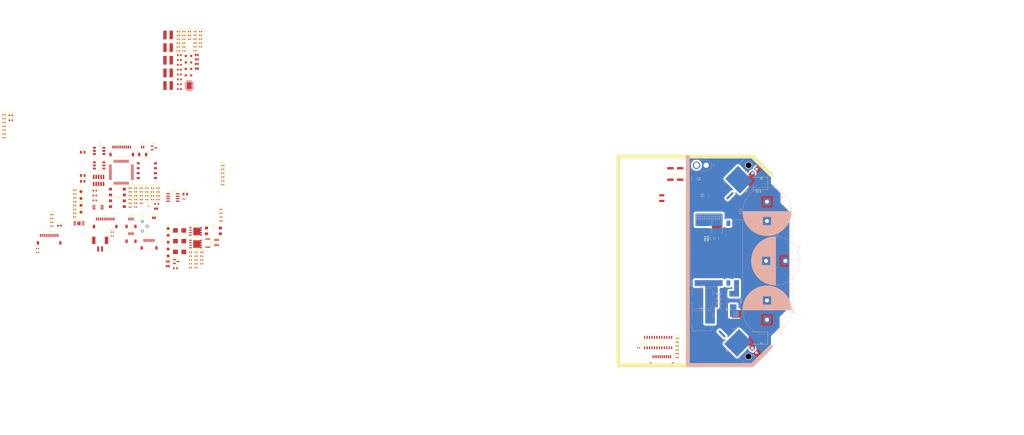
<source format=kicad_pcb>
(kicad_pcb (version 20221018) (generator pcbnew)
  (layers (0 "F.Cu" signal) (1 "In1.Cu" signal) (2 "In2.Cu" signal) (31 "B.Cu" signal) (34 "B.Paste" user) (35 "F.Paste" user) (36 "B.SilkS" user "B.Silkscreen") (37 "F.SilkS" user "F.Silkscreen") (38 "B.Mask" user) (39 "F.Mask" user) (44 "Edge.Cuts" user))
  (net 0 "")
  (net 1 "Net-(Q2-D)")
  (net 2 "Net-(C1-Pad2)")
  (net 3 "GND")
  (net 4 "Net-(D2-A2)")
  (net 5 "Net-(U2-~{PB})")
  (net 6 "Net-(U2-TMR)")
  (net 7 "Net-(C6-Pad1)")
  (net 8 "Net-(U3B-RUN{slash}SS1)")
  (net 9 "Net-(U3C-RUN{slash}SS2)")
  (net 10 "Net-(U3D-RUN{slash}SS3)")
  (net 11 "Net-(U3E-RUN{slash}SS4)")
  (net 12 "Net-(C11-Pad1)")
  (net 13 "Net-(C12-Pad1)")
  (net 14 "Net-(C13-Pad1)")
  (net 15 "Net-(C14-Pad1)")
  (net 16 "+BATT")
  (net 17 "Net-(U3A-SKY)")
  (net 18 "/digital/NRST")
  (net 19 "/digital/USR_BTN")
  (net 20 "+5V")
  (net 21 "/hv_kicker/flyback_charger/V_{solenoid}")
  (net 22 "/isol/V_{logic}_ISOL")
  (net 23 "/isol/GND_ISOL")
  (net 24 "+3V3")
  (net 25 "+12V")
  (net 26 "Net-(U11-SS)")
  (net 27 "Net-(U11-VC)")
  (net 28 "Net-(C45-Pad1)")
  (net 29 "Net-(C48-Pad1)")
  (net 30 "/hv_kicker/flyback_charger/V_{trans}")
  (net 31 "Net-(U4-VDDA)")
  (net 32 "Net-(U4-VCAP1)")
  (net 33 "Net-(U13--IN)")
  (net 34 "Net-(U13-+IN)")
  (net 35 "Net-(D1-A2)")
  (net 36 "Net-(D4-K)")
  (net 37 "Net-(D4-A)")
  (net 38 "Net-(D5-K)")
  (net 39 "Net-(D5-A)")
  (net 40 "Net-(D6-K)")
  (net 41 "Net-(D6-A)")
  (net 42 "Net-(D7-K)")
  (net 43 "Net-(D7-A)")
  (net 44 "Net-(D8-A)")
  (net 45 "Net-(D9-A)")
  (net 46 "Net-(D10-A)")
  (net 47 "Net-(D11-A)")
  (net 48 "Net-(D12-A)")
  (net 49 "/hv_kicker/solenoid_control/KICK_SW")
  (net 50 "/hv_kicker/solenoid_control/CHIP_SW")
  (net 51 "/hv_kicker/flyback_charger/HV_AC")
  (net 52 "/Power Protection/V_{BATT}")
  (net 53 "Net-(JP3-A)")
  (net 54 "Net-(JP4-A)")
  (net 55 "Net-(JP5-A)")
  (net 56 "Net-(JP6-A)")
  (net 57 "/digital/SWDIO")
  (net 58 "/digital/SWCLK")
  (net 62 "+6V")
  (net 63 "/digital/SERVO_SS")
  (net 64 "/digital/FLASH_SCK")
  (net 65 "/digital/FLASH_MISO")
  (net 66 "/digital/FLASH_MOSI")
  (net 67 "/digital/SERVO_LIM1")
  (net 68 "/digital/SERVO_LIM2")
  (net 69 "/digital/MCU_BOOT_UART.~{DET}")
  (net 70 "/digital/MCU_BOOT_UART.PWR_EN")
  (net 71 "/isol/CLK_8M_ISOL")
  (net 72 "/isol/CLK_32K_ISOL")
  (net 73 "/isol/BOOT_UART_RX_ISOL")
  (net 74 "/isol/BOOT_UART_TX_ISOL")
  (net 75 "/isol/BOOT_UART_BOOT0_ISOL")
  (net 76 "/isol/BOOT_UART_~{RST}_ISOL")
  (net 77 "/Dribbler/DRIB_BOOT_UART.~{DET}")
  (net 78 "Net-(J7-Pin_4)")
  (net 79 "/Ball Sense/8MHZ_CLK_REF")
  (net 80 "/Ball Sense/32KHZ_CLK_REF")
  (net 81 "/Dribbler/DRIB_BOOT_UART.TX")
  (net 82 "/Dribbler/DRIB_BOOT_UART.RX")
  (net 83 "/Dribbler/DRIB_BOOT_UART.BOOT0")
  (net 84 "/Dribbler/DRIB_BOOT_UART.~{RST}")
  (net 85 "Net-(J8-Pin_1)")
  (net 86 "/Breakbeam/BB_BUS.BB_{TX}")
  (net 87 "/Breakbeam/BB_BUS.BB_{RX}")
  (net 88 "/Ball Sense/SENSE_BOOT_UART.~{DET}")
  (net 89 "Net-(J10-Pin_4)")
  (net 90 "/Ball Sense/SENSE_BOOT_UART.TX")
  (net 91 "/Ball Sense/SENSE_BOOT_UART.RX")
  (net 92 "/Ball Sense/SENSE_BOOT_UART.BOOT0")
  (net 93 "/Ball Sense/SENSE_BOOT_UART.~{RST}")
  (net 94 "/Breakbeam/BB_BUS.SDA")
  (net 95 "/Breakbeam/BB_BUS.SCL")
  (net 96 "/Breakbeam/BB_BUS.RST")
  (net 97 "Net-(J12-Pin_1)")
  (net 98 "Net-(J12-Pin_2)")
  (net 99 "Net-(JP1-A)")
  (net 100 "Net-(JP1-B)")
  (net 101 "/Power Protection/PGOOD_{VBATT}")
  (net 102 "Net-(JP2-B)")
  (net 103 "Net-(U3A-SW5)")
  (net 106 "Net-(Q1-D)")
  (net 107 "Net-(Q2-S-Pad1)")
  (net 108 "Net-(Q2-G)")
  (net 109 "Net-(Q3-G)")
  (net 110 "/digital/MCU_BOOT_UART.~{RST}")
  (net 111 "/hv_kicker/solenoid_control/GATE_{kick}_FILT")
  (net 112 "/hv_kicker/solenoid_control/GATE_{chip}_FILT")
  (net 113 "/hv_kicker/flyback_charger/CSP")
  (net 114 "Net-(Q7-G)")
  (net 115 "Net-(R8-Pad2)")
  (net 116 "Net-(U1-UV)")
  (net 117 "Net-(U1-OV)")
  (net 118 "Net-(U1-GATE)")
  (net 119 "Net-(U3B-FB1)")
  (net 120 "Net-(U3C-FB2)")
  (net 121 "Net-(U3D-FB3)")
  (net 122 "Net-(U3E-FB4)")
  (net 123 "/digital/V_{sense}_12v0")
  (net 124 "/digital/V_{sense}_5v0")
  (net 125 "/digital/V_{sense}_6v2")
  (net 126 "Net-(U3A-RT{slash}SYNC)")
  (net 127 "/digital/BB_LED_BLUE")
  (net 128 "/digital/LED_GREEN")
  (net 129 "/digital/DIP3")
  (net 130 "/digital/DIP2")
  (net 131 "/digital/DIP1")
  (net 132 "/digital/DIP0")
  (net 133 "/digital/LED_RED")
  (net 134 "/hv_kicker/DL1S")
  (net 135 "/hv_kicker/DL2S")
  (net 136 "/hv_kicker/HVMS")
  (net 137 "/digital/V_{sense}_HV")
  (net 138 "/digital/CMD_{KICK}")
  (net 139 "/digital/CMD_{CHIP}")
  (net 140 "/hv_kicker/solenoid_control/GATE_{kick}")
  (net 141 "/hv_kicker/solenoid_control/GATE_{chip}")
  (net 142 "/digital/CMD_{CHG}")
  (net 143 "Net-(U11-RT)")
  (net 144 "/hv_kicker/flyback_charger/HVGATE")
  (net 145 "/hv_kicker/flyback_charger/HVFBS")
  (net 146 "/hv_kicker/flyback_charger/FB")
  (net 148 "/digital/PWR_KILL")
  (net 149 "/digital/PWR_BTN_PRESSED_~{INT}")
  (net 152 "/digital/FLASH_SS")
  (net 153 "/digital/TEMP_PROBE")
  (net 154 "/digital/MCU_BOOT_UART.TX")
  (net 155 "/digital/MCU_BOOT_UART.RX")
  (net 156 "/digital/DOTSTAR_SCK")
  (net 157 "/digital/DOTSTAR_MOSI")
  (net 158 "/digital/MCU_BOOT_UART.BOOT0")
  (net 159 "Net-(U5-CKO)")
  (net 160 "Net-(U5-SDO)")
  (footprint "Diode_SMD:D_SOD-123F" (layer "F.Cu") (at -32.545 53.94)
    (fp_text reference "D7")
    (fp_text value "DSS14U")
  )
  (footprint "Resistor_SMD:R_0402_1005Metric" (layer "F.Cu") (at -31.51 151.53)
    (fp_text reference "R6")
    (fp_text value "1k")
  )
  (footprint "Capacitor_SMD:C_0402_1005Metric" (layer "F.Cu") (at -57.03 112.31)
    (fp_text reference "C61")
    (fp_text value "100n 6.3V")
  )
  (footprint "Resistor_SMD:R_0402_1005Metric" (layer "F.Cu") (at 200.51 195)
    (fp_text reference "R49")
    (fp_text value "330")
  )
  (footprint "Resistor_SMD:R_0402_1005Metric" (layer "F.Cu") (at -37.87 35.25)
    (fp_text reference "R20")
    (fp_text value "31.6k 1%")
  )
  (footprint "Capacitor_SMD:C_0402_1005Metric" (layer "F.Cu") (at -62.77 122.16)
    (fp_text reference "C54")
    (fp_text value " 1u 6.3V")
  )
  (footprint "Capacitor_SMD:C_0402_1005Metric" (layer "F.Cu") (at -103.34 131.98)
    (fp_text reference "C45")
    (fp_text value "6.8n 50V")
  )
  (footprint "Resistor_SMD:R_0402_1005Metric" (layer "F.Cu") (at -91.46 115.35)
    (fp_text reference "R57")
    (fp_text value "140k 1%")
  )
  (footprint "Resistor_SMD:R_0402_1005Metric" (layer "F.Cu") (at -31.51 147.55)
    (fp_text reference "R4")
    (fp_text value "1k")
  )
  (footprint "Connector_JST:JST_SH_SM02B-SRSS-TB_1x02-1MP_P1.00mm_Horizontal" (layer "F.Cu") (at -56.28 93.07)
    (fp_text reference "J12")
    (fp_text value "Conn_01x02")
  )
  (footprint "Resistor_SMD:R_0402_1005Metric" (layer "F.Cu") (at -54.14 118.29)
    (fp_text reference "R36")
    (fp_text value "10k")
  )
  (footprint "Resistor_SMD:R_1206_3216Metric" (layer "F.Cu") (at 241 138.5 90)
    (fp_text reference "R63")
    (fp_text value "4m00 1%")
  )
  (footprint "Capacitor_SMD:C_1210_3225Metric" (layer "F.Cu") (at 235.5 116 90)
    (fp_text reference "C1")
    (fp_text value "10u 100V")
  )
  (footprint "Resistor_SMD:R_0402_1005Metric" (layer "F.Cu") (at -14.82 104.6)
    (fp_text reference "R52")
    (fp_text value "100k")
  )
  (footprint "Resistor_SMD:R_0402_1005Metric" (layer "F.Cu") (at -32.05 35.25)
    (fp_text reference "R32")
    (fp_text value "10.7k 1%")
  )
  (footprint "Capacitor_SMD:C_0402_1005Metric" (layer "F.Cu") (at -59.9 122.16)
    (fp_text reference "C60")
    (fp_text value "100n 6.3V")
  )
  (footprint "TestPoint:TestPoint_Pad_D1.5mm" (layer "F.Cu") (at -43.09 133.24)
    (fp_text reference "TP1")
    (fp_text value "VBatt EOS")
  )
  (footprint "Capacitor_SMD:C_0402_1005Metric" (layer "F.Cu") (at -29.16 35.2)
    (fp_text reference "C9")
    (fp_text value "47n 6.3V")
  )
  (footprint "AT-Inductors:WE-744773XXX-4.5mm_4.0mm" (layer "F.Cu") (at -43.125 52.675)
    (fp_text reference "L4")
    (fp_text value "744773112")
  )
  (footprint "Resistor_SMD:R_0402_1005Metric" (layer "F.Cu") (at -72.05 137.12)
    (fp_text reference "R73")
    (fp_text value "10k")
  )
  (footprint "Resistor_SMD:R_0603_1608Metric" (layer "F.Cu") (at -48.94 120.54)
    (fp_text reference "L7")
    (fp_text value "650 @100MHz")
  )
  (footprint "Capacitor_SMD:C_0402_1005Metric" (layer "F.Cu") (at 220.48 190.15)
    (fp_text reference "C28")
    (fp_text value "100n 6.3V")
  )
  (footprint "Resistor_SMD:R_0402_1005Metric" (layer "F.Cu") (at -54.14 112.32)
    (fp_text reference "R33")
    (fp_text value "100k")
  )
  (footprint "AT-JST_PA:SM02B-PASS-TBT" (layer "F.Cu") (at -78.305 142.485)
    (fp_text reference "J13")
    (fp_text value "Conn_01x02")
  )
  (footprint "Resistor_SMD:R_0402_1005Metric" (layer "F.Cu") (at -51.23 114.31)
    (fp_text reference "R38")
    (fp_text value "10k")
  )
  (footprint "Potentiometer_THT:Potentiometer_Bourns_3386X_Horizontal" (layer "F.Cu") (at -56.48 129.53)
    (fp_text reference "RV1")
    (fp_text value "500")
  )
  (footprint "Resistor_SMD:R_0402_1005Metric" (layer "F.Cu") (at -37.87 39.23)
    (fp_text reference "R22")
    (fp_text value "53.6k 1%")
  )
  (footprint "Package_QFP:LQFP-64_10x10mm_P0.5mm" (layer "F.Cu") (at -67.33 104.1)
    (fp_text reference "U4")
    (fp_text value "STM32F411RETx")
  )
  (footprint "Resistor_SMD:R_0402_1005Metric" (layer "F.Cu") (at -54.14 114.31)
    (fp_text reference "R34")
    (fp_text value "10k")
  )
  (footprint "Capacitor_SMD:C_0603_1608Metric" (layer "F.Cu") (at -37.32 51)
    (fp_text reference "C18")
    (fp_text value "10u 16V")
  )
  (footprint "Connector_JST:JST_SH_SM03B-SRSS-TB_1x03-1MP_P1.00mm_Horizontal" (layer "F.Cu") (at -62.33 137.94)
    (fp_text reference "J9")
    (fp_text value "Conn_01x03")
  )
  (footprint "Capacitor_SMD:C_0402_1005Metric" (layer "F.Cu") (at -59.9 118.22)
    (fp_text reference "C58")
    (fp_text value "100n 6.3V")
  )
  (footprint "Capacitor_SMD:C_0402_1005Metric" (layer "F.Cu") (at -26.29 33.23)
    (fp_text reference "C14")
    (fp_text value "1u 16V")
  )
  (footprint "Resistor_SMD:R_0402_1005Metric" (layer "F.Cu") (at -25.69 147.55)
    (fp_text reference "R14")
    (fp_text value "10k")
  )
  (footprint "Resistor_SMD:R_2512_6332Metric" (layer "F.Cu") (at 222 105 90)
    (fp_text reference "R2")
    (fp_text value "1")
  )
  (footprint "AT-IC:UFD" (layer "F.Cu") (at -32.19 59.24)
    (fp_text reference "U3")
    (fp_text value "LT3504")
  )
  (footprint "TestPoint:TestPoint_Pad_D1.5mm" (layer "F.Cu") (at -43.09 143.89)
    (fp_text reference "TP4")
    (fp_text value "Gate SS")
  )
  (footprint "Resistor_SMD:R_0402_1005Metric" (layer "F.Cu") (at -28.6 149.54)
    (fp_text reference "R10")
    (fp_text value "14.7k")
  )
  (footprint "Capacitor_SMD:C_0402_1005Metric" (layer "F.Cu") (at -59.9 116.25)
    (fp_text reference "C57")
    (fp_text value "100n 6.3V")
  )
  (footprint "Package_TO_SOT_SMD:SOT-23" (layer "F.Cu") (at -38.87 150.34)
    (fp_text reference "Q1")
    (fp_text value "BSS138")
  )
  (footprint "AT-LED:SK9822" (layer "F.Cu") (at -78.83 93.04)
    (fp_text reference "U5")
    (fp_text value "SK9822")
  )
  (footprint "Connector_JST:JST_SH_SM10B-SRSS-TB_1x10-1MP_P1.00mm_Horizontal" (layer "F.Cu") (at 212.5 201.625)
    (fp_text reference "J4")
    (fp_text value "Conn_01x10")
  )
  (footprint "Resistor_SMD:R_0402_1005Metric" (layer "F.Cu") (at -51.23 118.29)
    (fp_text reference "R40")
    (fp_text value "10k")
  )
  (footprint "Resistor_SMD:R_0805_2012Metric" (layer "F.Cu") (at -87.35 108.8)
    (fp_text reference "R59")
    (fp_text value "1 1%")
  )
  (footprint "Resistor_SMD:R_0402_1005Metric" (layer "F.Cu") (at -51.23 116.3)
    (fp_text reference "R39")
    (fp_text value "10k")
  )
  (footprint "Capacitor_SMD:C_0402_1005Metric" (layer "F.Cu") (at -29.16 37.17)
    (fp_text reference "C10")
    (fp_text value "47n 6.3V")
  )
  (footprint "AT-LED:SK9822" (layer "F.Cu") (at -78.83 100.59)
    (fp_text reference "U6")
    (fp_text value "SK9822")
  )
  (footprint "Resistor_SMD:R_0402_1005Metric" (layer "F.Cu") (at -91.46 119.33)
    (fp_text reference "R60")
    (fp_text value "100k 1%")
  )
  (footprint "Diode_SMD:D_SOD-123F" (layer "F.Cu") (at -32.545 50.59)
    (fp_text reference "D6")
    (fp_text value "DSS14U")
  )
  (footprint "AT-IC:ISO672X" (layer "F.Cu") (at 210.635 192.3)
    (fp_text reference "U8")
    (fp_text value "ISO6721-Q1")
  )
  (footprint "AT-LED:LED0603" (layer "F.Cu") (at -124.55 77.16)
    (fp_text reference "D12")
    (fp_text value "Red")
  )
  (footprint "Resistor_SMD:R_0402_1005Metric" (layer "F.Cu") (at -34.96 39.23)
    (fp_text reference "R28")
    (fp_text value "40.2k 1%")
  )
  (footprint "Capacitor_SMD:C_0603_1608Metric" (layer "F.Cu") (at -37.32 48.49)
    (fp_text reference "C17")
    (fp_text value "10u 10V")
  )
  (footprint "Connector_JST:JST_SH_SM10B-SRSS-TB_1x10-1MP_P1.00mm_Horizontal" (layer "F.Cu") (at -67.13 93.07)
    (fp_text reference "J3")
    (fp_text value "Conn_01x10")
  )
  (footprint "Resistor_SMD:R_0402_1005Metric" (layer "F.Cu") (at -28.6 153.52)
    (fp_text reference "R12")
    (fp_text value "10")
  )
  (footprint "Capacitor_SMD:C_0402_1005Metric" (layer "F.Cu") (at -57.03 120.19)
    (fp_text reference "C65")
    (fp_text value "100n 6.3V")
  )
  (footprint "Capacitor_SMD:C_0402_1005Metric" (layer "F.Cu") (at -29.16 33.23)
    (fp_text reference "C8")
    (fp_text value "10n 6.3V")
  )
  (footprint "Capacitor_SMD:C_0402_1005Metric" (layer "F.Cu") (at -15.73 129.31)
    (fp_text reference "C6")
    (fp_text value "4.7n 63V")
  )
  (footprint "Resistor_SMD:R_0402_1005Metric" (layer "F.Cu") (at -48.32 114.31)
    (fp_text reference "R67")
    (fp_text value "10k")
  )
  (footprint "Capacitor_SMD:C_0402_1005Metric" (layer "F.Cu") (at -62.77 116.25)
    (fp_text reference "C24")
    (fp_text value "4.7u 6.3V")
  )
  (footprint "AT-BoardFeatures:SolderJumper-2_2.0x1.2mm_Open" (layer "F.Cu") (at -28.245 50.475)
    (fp_text reference "JP6")
    (fp_text value "6v2 EN")
  )
  (footprint "Capacitor_SMD:C_0402_1005Metric" (layer "F.Cu") (at -103.34 128.04)
    (fp_text reference "C42")
    (fp_text value "100n 50V")
  )
  (footprint "Button_Switch_SMD:SW_SPST_TL3305A" (layer "F.Cu") (at -19.64 134.49)
    (fp_text reference "SW1")
    (fp_text value "PWR_ON")
  )
  (footprint "Resistor_SMD:R_0402_1005Metric" (layer "F.Cu") (at -48.32 116.3)
    (fp_text reference "R68")
    (fp_text value "10k")
  )
  (footprint "Capacitor_SMD:C_1812_4532Metric" (layer "F.Cu") (at 271.5 174 90)
    (fp_text reference "C51")
    (fp_text value "470n 500V")
  )
  (footprint "AT-BoardFeatures:SolderJumper-2_2.0x1.2mm_Open" (layer "F.Cu") (at -49.365 122.975)
    (fp_text reference "JP7")
    (fp_text value "Disable Micro")
  )
  (footprint "AT-Inductors:WE-744773XXX-4.5mm_4.0mm" (layer "F.Cu") (at -43.125 46.125)
    (fp_text reference "L3")
    (fp_text value "74477310")
  )
  (footprint "Resistor_SMD:R_0402_1005Metric" (layer "F.Cu") (at -48.32 118.29)
    (fp_text reference "R69")
    (fp_text value "1M")
  )
  (footprint "Resistor_SMD:R_0402_1005Metric" (layer "F.Cu") (at -31.51 149.54)
    (fp_text reference "R5")
    (fp_text value "10k")
  )
  (footprint "Resistor_SMD:R_0402_1005Metric" (layer "F.Cu") (at -28.6 151.53)
    (fp_text reference "R11")
    (fp_text value "15.4k")
  )
  (footprint "Resistor_SMD:R_0402_1005Metric" (layer "F.Cu") (at -34.96 31.27)
    (fp_text reference "R24")
    (fp_text value "68.1k 1%")
  )
  (footprint "Package_CSP:WLCSP-8_1.58x1.63x0.35mm_Layout3x5_P0.35x0.4mm_Ball0.25mm_Pad0.25mm_NSMD" (layer "F.Cu") (at -53.27 121.64)
    (fp_text reference "U12")
    (fp_text value "AT25DF041x-UxN-x")
  )
  (footprint "Resistor_SMD:R_0402_1005Metric" (layer "F.Cu") (at -128.03 78.31)
    (fp_text reference "R44")
    (fp_text value "1M47")
  )
  (footprint "AT-BoardFeatures:SolderJumper-2_2.0x1.2mm_Closed" (layer "F.Cu") (at -50.435 127.705)
    (fp_text reference "JP8")
    (fp_text value "TRIM_DISABLE")
  )
  (footprint "Diode_SMD:D_SOD-123F" (layer "F.Cu") (at -32.545 43.89)
    (fp_text reference "D4")
    (fp_text value "DSS14U")
  )
  (footprint "Resistor_SMD:R_0402_1005Metric" (layer "F.Cu") (at -34.96 41.22)
    (fp_text reference "R29")
    (fp_text value "10k 1%")
  )
  (footprint "TestPoint:TestPoint_Pad_D1.5mm" (layer "F.Cu") (at -43.09 147.44)
    (fp_text reference "TP5")
    (fp_text value "VBatt Sys")
  )
  (footprint "Package_SO:MSOP-8_3x3mm_P0.65mm" (layer "F.Cu") (at -79.4 122.25)
    (fp_text reference "U13")
    (fp_text value "AD8494")
  )
  (footprint "Capacitor_SMD:C_0402_1005Metric" (layer "F.Cu") (at -34.98 117.96)
    (fp_text reference "C35")
    (fp_text value "100n 50V")
  )
  (footprint "Capacitor_SMD:C_0402_1005Metric" (layer "F.Cu") (at -62.77 114.28)
    (fp_text reference "C23")
    (fp_text value "100n 6.3V")
  )
  (footprint "Capacitor_SMD:C_0402_1005Metric" (layer "F.Cu") (at 220.48 198.03)
    (fp_text reference "C32")
    (fp_text value "100n 6.3V")
  )
  (footprint "Capacitor_SMD:C_0402_1005Metric" (layer "F.Cu") (at 220.48 196.06)
    (fp_text reference "C31")
    (fp_text value "100n 6.3V")
  )
  (footprint "Resistor_SMD:R_0402_1005Metric" (layer "F.Cu") (at -25.69 149.54)
    (fp_text reference "R16")
    (fp_text value "100k")
  )
  (footprint "Diode_SMD:D_SOD-123F" (layer "F.Cu") (at -32.545 47.24)
    (fp_text reference "D5")
    (fp_text value "DSS14U")
  )
  (footprint "Capacitor_SMD:C_0402_1005Metric" (layer "F.Cu") (at -29.16 41.11)
    (fp_text reference "C12")
    (fp_text value "1u 6.3V")
  )
  (footprint "AT-Connectors:Samtec-2x5pin-0.5mm" (layer "F.Cu") (at -79.105 108.345)
    (fp_text reference "J2")
    (fp_text value "Conn_ARM_JTAG_SWD_10")
  )
  (footprint "TestPoint:TestPoint_Pad_D1.5mm" (layer "F.Cu") (at -88.23 117.69)
    (fp_text reference "TP7")
    (fp_text value "SPICE: V_{drain} <<<HIGH VOLTAGE>>>")
  )
  (footprint "Capacitor_SMD:C_0603_1608Metric" (layer "F.Cu") (at -37.32 43.47)
    (fp_text reference "C15")
    (fp_text value "10u 25V")
  )
  (footprint "AT-IC:ISO672X" (layer "F.Cu") (at 205.555 192.3)
    (fp_text reference "U7")
    (fp_text value "ISO6720-Q1")
  )
  (footprint "Resistor_SMD:R_0402_1005Metric" (layer "F.Cu") (at -32.05 33.26)
    (fp_text reference "R31")
    (fp_text value "10k 1%")
  )
  (footprint "Capacitor_SMD:C_0402_1005Metric" (layer "F.Cu") (at -26.29 37.17)
    (fp_text reference "C20")
    (fp_text value "1u 50V")
  )
  (footprint "Connector_JST:JST_SH_SM03B-SRSS-TB_1x03-1MP_P1.00mm_Horizontal" (layer "F.Cu") (at -62.33 130.33)
    (fp_text reference "J8")
    (fp_text value "Conn_01x03")
  )
  (footprint "Capacitor_SMD:C_0402_1005Metric" (layer "F.Cu") (at -57.03 114.28)
    (fp_text reference "C62")
    (fp_text value "10n 6.3V")
  )
  (footprint "Fuse:Fuse_0603_1608Metric" (layer "F.Cu") (at -37.32 56.02)
    (fp_text reference "F3")
    (fp_text value "1.0A")
  )
  (footprint "Capacitor_SMD:C_0402_1005Metric" (layer "F.Cu") (at -57.03 118.22)
    (fp_text reference "C64")
    (fp_text value "10u 6.3V")
  )
  (footprint "Fuse:Fuse_0603_1608Metric" (layer "F.Cu") (at -37.32 61.04)
    (fp_text reference "F5")
    (fp_text value "1.0A")
  )
  (footprint "Capacitor_SMD:C_0402_1005Metric" (layer "F.Cu") (at -26.29 39.14)
    (fp_text reference "C21")
    (fp_text value "1u 50V")
  )
  (footprint "Capacitor_SMD:C_0603_1608Metric" (layer "F.Cu") (at -37.32 45.98)
    (fp_text reference "C16")
    (fp_text value "10u 6.3V")
  )
  (footprint "Package_SO:SOIC-8_3.9x4.9mm_P1.27mm" (layer "F.Cu") (at -40.64 117.19)
    (fp_text reference "U10")
    (fp_text value "IX4427")
  )
  (footprint "AT-BoardFeatures:SolderJumper-2_2.0x1.2mm_Closed" (layer "F.Cu") (at -43.285 152.755)
    (fp_text reference "JP2")
    (fp_text value "PWR_EN")
  )
  (footprint "Resistor_SMD:R_0402_1005Metric" (layer "F.Cu") (at -128.03 84.28)
    (fp_text reference "R47")
    (fp_text value "475k")
  )
  (footprint "Capacitor_SMD:C_1210_3225Metric" (layer "F.Cu") (at 212.5 117.525 90)
    (fp_text reference "C2")
    (fp_text value "10u 63V")
  )
  (footprint "TestPoint:TestPoint_Pad_D1.5mm" (layer "F.Cu") (at -88.23 124.79)
    (fp_text reference "TP9")
    (fp_text value "SPICE: V_{out} <<<HIGH VOLTAGE>>>")
  )
  (footprint "Capacitor_SMD:C_0402_1005Metric" (layer "F.Cu") (at -29.16 39.14)
    (fp_text reference "C11")
    (fp_text value "1u 25V")
  )
  (footprint "Resistor_SMD:R_0402_1005Metric" (layer "F.Cu") (at -14.82 110.57)
    (fp_text reference "R55")
    (fp_text value "10")
  )
  (footprint "AT-LED:LED0603" (layer "F.Cu") (at -124.55 74.61)
    (fp_text reference "D11")
    (fp_text value "Red")
  )
  (footprint "Resistor_SMD:R_0402_1005Metric" (layer "F.Cu") (at -14.82 106.59)
    (fp_text reference "R53")
    (fp_text value "100k")
  )
  (footprint "AT-LED:LED0603" (layer "F.Cu") (at -81.08 113.6)
    (fp_text reference "D8")
    (fp_text value "Blue")
  )
  (footprint "Resistor_SMD:R_0402_1005Metric" (layer "F.Cu") (at -25.69 145.56)
    (fp_text reference "R13")
    (fp_text value "10")
  )
  (footprint "Capacitor_SMD:C_0402_1005Metric" (layer "F.Cu") (at -29.16 31.26)
    (fp_text reference "C7")
    (fp_text value "10n 6.3V")
  )
  (footprint "Resistor_SMD:R_0402_1005Metric" (layer "F.Cu") (at -28.6 147.55)
    (fp_text reference "R9")
    (fp_text value "430k")
  )
  (footprint "Resistor_SMD:R_0402_1005Metric" (layer "F.Cu") (at -110.68 143.63)
    (fp_text reference "R70")
    (fp_text value "10k")
  )
  (footprint "TestPoint:TestPoint_Pad_D1.5mm" (layer "F.Cu") (at -88.23 121.24)
    (fp_text reference "TP8")
    (fp_text value "FB")
  )
  (footprint "AT-Inductors:WE-744773XXX-4.5mm_4.0mm" (layer "F.Cu") (at -43.125 39.575)
    (fp_text reference "L2")
    (fp_text value "784773068")
  )
  (footprint "Resistor_SMD:R_0402_1005Metric" (layer "F.Cu") (at -34.96 37.24)
    (fp_text reference "R27")
    (fp_text value "10k 1%")
  )
  (footprint "Capacitor_SMD:C_0402_1005Metric" (layer "F.Cu") (at -62.77 118.22)
    (fp_text reference "C52")
    (fp_text value "100n 6.3V")
  )
  (footprint "Resistor_SMD:R_0402_1005Metric" (layer "F.Cu") (at -14.82 102.61)
    (fp_text reference "R51")
    (fp_text value "10k")
  )
  (footprint "AT-BoardFeatures:SolderJumper-2_2.0x1.2mm_Open" (layer "F.Cu") (at -28.245 45.755)
    (fp_text reference "JP4")
    (fp_text value "3v3 EN")
  )
  (footprint "Resistor_SMD:R_0402_1005Metric" (layer "F.Cu") (at -14.82 100.62)
    (fp_text reference "R50")
    (fp_text value "10k")
  )
  (footprint "Resistor_SMD:R_0402_1005Metric" (layer "F.Cu") (at -91.46 121.32)
    (fp_text reference "R61")
    (fp_text value "10 1%")
  )
  (footprint "Resistor_SMD:R_0402_1005Metric" (layer "F.Cu") (at -25.69 151.53)
    (fp_text reference "R17")
    (fp_text value "100k")
  )
  (footprint "Fuse:Fuse_0603_1608Metric" (layer "F.Cu") (at -37.32 53.51)
    (fp_text reference "F2")
    (fp_text value "1.0A")
  )
  (footprint "Resistor_SMD:R_0603_1608Metric" (layer "F.Cu") (at -39.31 153.82)
    (fp_text reference "R15")
    (fp_text value "5.1k")
  )
  (footprint "Resistor_SMD:R_0402_1005Metric" (layer "F.Cu") (at -37.87 37.24)
    (fp_text reference "R21")
    (fp_text value "10k 1%")
  )
  (footprint "AT-Discrete:D_SMB_Non-Polar" (layer "F.Cu") (at -37.14 134.24)
    (fp_text reference "D1")
    (fp_text value "824521481")
  )
  (footprint "Resistor_SMD:R_0402_1005Metric" (layer "F.Cu") (at -28.6 145.56)
    (fp_text reference "R8")
    (fp_text value "510k")
  )
  (footprint "AT-IC:LTC2955-TS8" (layer "F.Cu") (at -18.03 140.495)
    (fp_text reference "U2")
    (fp_text value "LTC2955-1")
  )
  (footprint "Connector_JST:JST_SH_SM10B-SRSS-TB_1x10-1MP_P1.00mm_Horizontal" (layer "F.Cu") (at -75.68 130.33)
    (fp_text reference "J7")
    (fp_text value "Conn_01x10")
  )
  (footprint "Resistor_SMD:R_1206_3216Metric" (layer "F.Cu") (at 238.5 138.5 90)
    (fp_text reference "R62")
    (fp_text value "4m00 1%")
  )
  (footprint "AT-LED:LED0603" (layer "F.Cu") (at -81.08 118.7)
    (fp_text reference "D10")
    (fp_text value "Yellow")
  )
  (footprint "Capacitor_SMD:C_0402_1005Metric" (layer "F.Cu") (at -15.73 123.4)
    (fp_text reference "C3")
    (fp_text value "100n 50V")
  )
  (footprint "Resistor_SMD:R_0402_1005Metric" (layer "F.Cu") (at -37.87 33.26)
    (fp_text reference "R19")
    (fp_text value "10k 1%")
  )
  (footprint "AT-Discrete:PowerPAK_SO-8L_Single" (layer "F.Cu") (at -28.89 141.29)
    (fp_text reference "Q3")
    (fp_text value "SQJA80EP-T1_GE3")
  )
  (footprint "Resistor_SMD:R_0402_1005Metric" (layer "F.Cu") (at -31.51 153.52)
    (fp_text reference "R7")
    (fp_text value "1k")
  )
  (footprint "Fuse:Fuse_0603_1608Metric" (layer "F.Cu") (at -37.32 58.53)
    (fp_text reference "F4")
    (fp_text value "1.0A")
  )
  (footprint "Capacitor_SMD:C_0402_1005Metric" (layer "F.Cu") (at -57.03 116.25)
    (fp_text reference "C63")
    (fp_text value "10n 6.3V")
  )
  (footprint "Resistor_SMD:R_0402_1005Metric" (layer "F.Cu") (at -34.96 33.26)
    (fp_text reference "R25")
    (fp_text value "10k 1%")
  )
  (footprint "Fuse:Fuse_Littelfuse-NANO2-451_453" (layer "F.Cu") (at 229.5 107.545 -90)
    (fp_text reference "F1")
    (fp_text value "15A")
  )
  (footprint "AT-IC:ISO672X" (layer "F.Cu") (at 215.715 192.3)
    (fp_text reference "U9")
    (fp_text value "ISO6720-Q1")
  )
  (footprint "Resistor_SMD:R_0402_1005Metric" (layer "F.Cu") (at -14.82 108.58)
    (fp_text reference "R54")
    (fp_text value "10")
  )
  (footprint "AT-Discrete:D_SMB_Non-Polar" (layer "F.Cu") (at -37.14 145.34)
    (fp_text reference "D3")
    (fp_text value "824521261")
  )
  (footprint "Resistor_SMD:R_0402_1005Metric" (layer "F.Cu") (at -31.51 145.56)
    (fp_text reference "R3")
    (fp_text value "1M47")
  )
  (footprint "Resistor_SMD:R_0402_1005Metric" (layer "F.Cu") (at -34.96 35.25)
    (fp_text reference "R26")
    (fp_text value "110k 1%")
  )
  (footprint "TestPoint:TestPoint_Pad_D1.5mm" (layer "F.Cu") (at -43.09 140.34)
    (fp_text reference "TP3")
    (fp_text value "LTC4367 OV EOS")
  )
  (footprint "Capacitor_SMD:C_0402_1005Metric" (layer "F.Cu") (at -15.73 127.34)
    (fp_text reference "C5")
    (fp_text value "100n 6.3V")
  )
  (footprint "Resistor_SMD:R_0402_1005Metric" (layer "F.Cu") (at -37.87 31.27)
    (fp_text reference "R18")
    (fp_text value "140k 1%")
  )
  (footprint "Resistor_SMD:R_0402_1005Metric" (layer "F.Cu") (at -91.46 117.34)
    (fp_text reference "R58")
    (fp_text value "22k 1%")
  )
  (footprint "AT-Discrete:D_SMB_Non-Polar" (layer "F.Cu") (at -37.14 139.79)
    (fp_text reference "D2")
    (fp_text value "824521261")
  )
  (footprint "Resistor_SMD:R_0402_1005Metric" (layer "F.Cu") (at -37.87 41.22)
    (fp_text reference "R23")
    (fp_text value "10k 1%")
  )
  (footprint "Capacitor_SMD:C_0402_1005Metric" (layer "F.Cu") (at 220.48 200)
    (fp_text reference "C33")
    (fp_text value "100n 6.3V")
  )
  (footprint "AT-Inductors:WE-744773XXX-4.5mm_4.0mm" (layer "F.Cu") (at -43.125 59.225)
    (fp_text reference "L5")
    (fp_text value "744773082")
  )
  (footprint "Resistor_SMD:R_0402_1005Metric" (layer "F.Cu") (at -128.03 86.27)
    (fp_text reference "R48")
    (fp_text value "4k75")
  )
  (footprint "Capacitor_SMD:C_0402_1005Metric" (layer "F.Cu") (at -103.34 126.07)
    (fp_text reference "C39")
    (fp_text value "10n 50V")
  )
  (footprint "Capacitor_SMD:C_1812_4532Metric" (layer "F.Cu") (at 271.5 126 -90)
    (fp_text reference "C50")
    (fp_text value "470n 500V")
  )
  (footprint "Capacitor_SMD:C_0402_1005Metric" (layer "F.Cu") (at 220.48 192.12)
    (fp_text reference "C29")
    (fp_text value "100n 6.3V")
  )
  (footprint "Capacitor_SMD:C_0402_1005Metric" (layer "F.Cu") (at -15.73 125.37)
    (fp_text reference "C4")
    (fp_text value "100n 10V")
  )
  (footprint "AT-BoardFeatures:SolderJumper-2_2.0x1.2mm_Open" (layer "F.Cu") (at -28.245 48.115)
    (fp_text reference "JP5")
    (fp_text value "5v0 EN")
  )
  (footprint "Resistor_SMD:R_0402_1005Metric" (layer "F.Cu") (at -110.68 145.62)
    (fp_text reference "R71")
    (fp_text value "10k")
  )
  (footprint "Resistor_SMD:R_0402_1005Metric" (layer "F.Cu") (at -48.32 112.32)
    (fp_text reference "R41")
    (fp_text value "10k")
  )
  (footprint "AT-Inductors:WE-744773XXX-4.5mm_4.0mm" (layer "F.Cu") (at -43.125 33.025)
    (fp_text reference "L1")
    (fp_text value "744773122")
  )
  (footprint "Capacitor_SMD:C_0805_2012Metric" (layer "F.Cu") (at -87.33 105.82)
    (fp_text reference "C47")
    (fp_text value "4.7u 50V")
  )
  (footprint "Capacitor_SMD:C_0603_1608Metric" (layer "F.Cu") (at -99.36 131.77)
    (fp_text reference "C48")
    (fp_text value "100n 200V")
  )
  (footprint "Capacitor_SMD:C_0402_1005Metric" (layer "F.Cu") (at -59.9 120.19)
    (fp_text reference "C59")
    (fp_text value "100n 6.3V")
  )
  (footprint "Resistor_SMD:R_0402_1005Metric" (layer "F.Cu") (at -72.05 135.13)
    (fp_text reference "R72")
    (fp_text value "10k")
  )
  (footprint "AT-Connectors:2157601002" (layer "F.Cu") (at 257.5 100.5 -135)
    (fp_text reference "J5")
    (fp_text value "Conn_01x02")
  )
  (footprint "Resistor_SMD:R_0402_1005Metric" (layer "F.Cu") (at -128.03 80.3)
    (fp_text reference "R45")
    (fp_text value "1M47")
  )
  (footprint "Capacitor_SMD:C_0402_1005Metric" (layer "F.Cu") (at -59.9 114.28)
    (fp_text reference "C56")
    (fp_text value "4.7u 6.3V")
  )
  (footprint "Capacitor_SMD:C_0402_1005Metric" (layer "F.Cu") (at -103.34 130.01)
    (fp_text reference "C43")
    (fp_text value "100n 50V")
  )
  (footprint "Connector_JST:JST_SH_SM10B-SRSS-TB_1x10-1MP_P1.00mm_Horizontal" (layer "F.Cu") (at -104.71 138.83)
    (fp_text reference "J10")
    (fp_text value "Conn_01x10")
  )
  (footprint "AT-LED:LED0603" (layer "F.Cu") (at -81.08 116.15)
    (fp_text reference "D9")
    (fp_text value "Green")
  )
  (footprint "Resistor_SMD:R_0402_1005Metric" (layer "F.Cu") (at -32.05 31.27)
    (fp_text reference "R30")
    (fp_text value "52.3k 1%")
  )
  (footprint "Capacitor_SMD:C_0805_2012Metric" (layer "F.Cu") (at -87.33 93.78)
    (fp_text reference "C40")
    (fp_text value "10u 50V")
  )
  (footprint "Resistor_SMD:R_0402_1005Metric" (layer "F.Cu") (at -128.03 76.32)
    (fp_text reference "R43")
    (fp_text value "1M47")
  )
  (footprint "Capacitor_SMD:C_0402_1005Metric" (layer "F.Cu") (at -62.77 120.19)
    (fp_text reference "C53")
    (fp_text value "100n 6.3V")
  )
  (footprint "Resistor_SMD:R_0402_1005Metric" (layer "F.Cu") (at -91.46 125.3)
    (fp_text reference "R65")
    (fp_text value "976k 0%1")
  )
  (footprint "Capacitor_SMD:C_0402_1005Metric" (layer "F.Cu") (at -26.29 31.26)
    (fp_text reference "C13")
    (fp_text value "1u 10V")
  )
  (footprint "TestPoint:TestPoint_Pad_D1.5mm" (layer "F.Cu") (at -43.09 136.79)
    (fp_text reference "TP2")
    (fp_text value "LTC4367 UV EOS")
  )
  (footprint "Package_SO:MSOP-10-1EP_3x3mm_P0.5mm_EP1.68x1.88mm" (layer "F.Cu") (at -89.27 130.56)
    (fp_text reference "U11")
    (fp_text value "LT3757EMSE")
  )
  (footprint "TestPoint:TestPoint_Pad_D1.5mm" (layer "F.Cu") (at -88.23 114.14)
    (fp_text reference "TP6")
    (fp_text value "CHG_EN")
  )
  (footprint "Capacitor_SMD:C_0402_1005Metric" (layer "F.Cu") (at -59.9 112.31)
    (fp_text reference "C55")
    (fp_text value "4.7u 6.3V")
  )
  (footprint "AT-Discrete:PowerPAK_SO-8L_Single" (layer "F.Cu") (at -28.89 134.74)
    (fp_text reference "Q2")
    (fp_text value "SQJA80EP-T1_GE3")
  )
  (footprint "Diode_SMD:D_SMC" (layer "F.Cu") (at 262.5 110 180)
    (fp_text reference "D13")
    (fp_text value "MURS460")
  )
  (footprint "Connector_JST:JST_SH_SM06B-SRSS-TB_1x06-1MP_P1.00mm_Horizontal" (layer "F.Cu") (at -52.98 141.42)
    (fp_text reference "J11")
    (fp_text value "Conn_01x06")
  )
  (footprint "Resistor_SMD:R_0402_1005Metric" (layer "F.Cu") (at -91.46 123.31)
    (fp_text reference "R64")
    (fp_text value "976k 0%1")
  )
  (footprint "Diode_SMD:D_SMC" (layer "F.Cu") (at 262.5 190 180)
    (fp_text reference "D14")
    (fp_text value "MURS460")
  )
  (footprint "Capacitor_SMD:C_0805_2012Metric" (layer "F.Cu") (at -34.19 115.47)
    (fp_text reference "C34")
    (fp_text value "10u 50v")
  )
  (footprint "Resistor_SMD:R_0402_1005Metric" (layer "F.Cu") (at -91.46 127.29)
    (fp_text reference "R66")
    (fp_text value "17k4 0%1")
  )
  (footprint "AT-BoardFeatures:SolderJumper-2_2.0x1.2mm_Open" (layer "F.Cu") (at -28.245 43.395)
    (fp_text reference "JP3")
    (fp_text value "12v0 EN")
  )
  (footprint "Resistor_SMD:R_0402_1005Metric" (layer "F.Cu") (at -128.03 74.33)
    (fp_text reference "R42")
    (fp_text value "1M47")
  )
  (footprint "Resistor_SMD:R_0402_1005Metric" (layer "F.Cu") (at -51.23 112.32)
    (fp_text reference "R37")
    (fp_text value "10k")
  )
  (footprint "Resistor_SMD:R_2512_6332Metric" (layer "F.Cu") (at 217 105 90)
    (fp_text reference "R1")
    (fp_text value "1")
  )
  (footprint "Resistor_SMD:R_0402_1005Metric" (layer "F.Cu") (at -54.14 116.3)
    (fp_text reference "R35")
    (fp_text value "10k")
  )
  (footprint "Button_Switch_SMD:SW_SPST_TL3305A" (layer "F.Cu") (at -69.38 120.4)
    (fp_text reference "SW3")
    (fp_text value "BTN0")
  )
  (footprint "Package_TO_SOT_SMD:SOT-23" (layer "F.Cu") (at -50.41 91.49)
    (fp_text reference "Q4")
    (fp_text value "BSS138K")
  )
  (footprint "Capacitor_SMD:C_0402_1005Metric" (layer "F.Cu") (at -62.77 112.31)
    (fp_text reference "C22")
    (fp_text value "100n 6.3V")
  )
  (footprint "Capacitor_SMD:C_0402_1005Metric" (layer "F.Cu") (at 220.48 194.09)
    (fp_text reference "C30")
    (fp_text value "100n 6.3V")
  )
  (footprint "Button_Switch_SMD:SW_SPST_TL3305A" (layer "F.Cu") (at -69.38 114.35)
    (fp_text reference "SW2")
    (fp_text value "RST")
  )
  (footprint "Resistor_SMD:R_0402_1005Metric" (layer "F.Cu") (at -128.03 82.29)
    (fp_text reference "R46")
    (fp_text value "475k")
  )
  (footprint "AT-IC:MS8" (layer "F.Cu") (at -22.54 140.79)
    (fp_text reference "U1")
    (fp_text value "LTC4367")
  )
  (footprint "AT-BoardFeatures:SolderJumper-2_2.0x1.2mm_Closed" (layer "F.Cu") (at -43.285 150.395)
    (fp_text reference "JP1")
    (fp_text value "BTN_EN")
  )
  (footprint "Button_Switch_SMD:SW_DIP_SPSTx04_Slide_Omron_A6S-410x_W8.9mm_P2.54mm" (layer "F.Cu") (at -54.13 103.3)
    (fp_text reference "SW4")
    (fp_text value "SW_DIP_x04")
  )
  (footprint "Capacitor_SMD:C_0402_1005Metric" (layer "F.Cu") (at -26.29 35.2)
    (fp_text reference "C19")
    (fp_text value "1u 50V")
  )
  (footprint "Package_TO_SOT_SMD:TDSON-8-1" (layer "F.Cu") (at 241.15 132.5 90)
    (fp_text reference "Q7")
    (fp_text value "BSC0402NSATMA1")
  )
  (footprint "Resistor_SMD:R_0402_1005Metric" (layer "F.Cu") (at -91.46 113.36)
    (fp_text reference "R56")
    (fp_text value "1k")
  )
  (footprint "Package_TO_SOT_SMD:TO-263-2" (layer "B.Cu") (at 250.93934 191.43934 -45)
    (fp_text reference "Q6")
    (fp_text value "IXGA48N60A3")
  )
  (footprint "Connector_AMASS:AMASS_XT30U-M_1x02_P5.0mm_Vertical" (layer "B.Cu") (at 235.5 100.5 180)
    (fp_text reference "J1")
    (fp_text value "XT30-F")
  )
  (footprint "AT-Inductors:GA34XX-BL" (layer "B.Cu") (at 241 146)
    (fp_text reference "L6")
    (fp_text value "GA3460-BL")
  )
  (footprint "Capacitor_THT:CP_Radial_D25.0mm_P10.00mm_SnapIn" (layer "B.Cu") (at 267 180.5 90)
    (fp_text reference "C25")
    (fp_text value "1000uF 200V")
  )
  (footprint "Capacitor_SMD:C_0805_2012Metric" (layer "B.Cu") (at 242 168)
    (fp_text reference "C44")
    (fp_text value "10u 50V")
  )
  (footprint "Package_TO_SOT_SMD:TO-263-2" (layer "B.Cu") (at 251.43934 109.06066 45)
    (fp_text reference "Q5")
    (fp_text value "IXGA48N60A3")
  )
  (footprint "Capacitor_SMD:C_0805_2012Metric" (layer "B.Cu") (at 242 165.49)
    (fp_text reference "C46")
    (fp_text value "10u 50V")
  )
  (footprint "Capacitor_SMD:C_1210_3225Metric" (layer "B.Cu") (at 247 177.5 180)
    (fp_text reference "C49")
    (fp_text value "100n 500V")
  )
  (footprint "Capacitor_SMD:CP_Elec_10x10" (layer "B.Cu") (at 233.5 169.5 180)
    (fp_text reference "C36")
    (fp_text value "220u 50V")
  )
  (footprint "Diode_SMD:D_SMC" (layer "B.Cu") (at 249.5 170.5 90)
    (fp_text reference "D15")
    (fp_text value "HS5M")
  )
  (footprint "Capacitor_SMD:C_0805_2012Metric" (layer "B.Cu") (at 242 173)
    (fp_text reference "C38")
    (fp_text value "10u 50V")
  )
  (footprint "AT-Connectors:2157601002" (layer "B.Cu") (at 257.398781 199.479899 135)
    (fp_text reference "J6")
    (fp_text value "Conn_01x02")
  )
  (footprint "Capacitor_THT:CP_Radial_D25.0mm_P10.00mm_SnapIn" (layer "B.Cu") (at 267 119.39463 -90)
    (fp_text reference "C27")
    (fp_text value "1000uF 200V")
  )
  (footprint "Capacitor_THT:CP_Radial_D25.0mm_P10.00mm_SnapIn" (layer "B.Cu") (at 276.5 150 180)
    (fp_text reference "C26")
    (fp_text value "1000uF 200V")
  )
  (footprint "Capacitor_SMD:C_0805_2012Metric" (layer "B.Cu") (at 242 170.5)
    (fp_text reference "C41")
    (fp_text value "10u 50V")
  )
  (footprint "Capacitor_SMD:CP_Elec_10x10" (layer "B.Cu") (at 233.5 181 180)
    (fp_text reference "C37")
    (fp_text value "220u 50V")
  )
  (gr_line (start 259.5 204) (end 269 194.5) (stroke (width 2)) (layer "B.SilkS"))
  (gr_line (start 226 204) (end 226 96) (stroke (width 2)) (layer "B.SilkS"))
  (gr_line (start 226 204) (end 259.5 204) (stroke (width 2)) (layer "B.SilkS"))
  (gr_line (start 190 204) (end 259.5 204) (stroke (width 2)) (layer "F.SilkS"))
  (gr_line (start 190 204) (end 190 96) (stroke (width 2)) (layer "F.SilkS"))
  (gr_line (start 259.5 96) (end 190 96) (stroke (width 2)) (layer "F.SilkS"))
  (gr_line (start 259.5 204) (end 269 194.5) (stroke (width 2)) (layer "F.SilkS"))
  (gr_line (start 269 105.5) (end 259.5 96) (stroke (width 2)) (layer "F.SilkS"))
  (gr_line (start 275 115) (end 270 110) (stroke (width 0.1)) (layer "Edge.Cuts"))
  (gr_line (start 270 195) (end 270 190) (stroke (width 0.1)) (layer "Edge.Cuts"))
  (gr_line (start 275 180) (end 280 175) (stroke (width 0.1)) (layer "Edge.Cuts"))
  (gr_line (start 190 205) (end 260 205) (stroke (width 0.1)) (layer "Edge.Cuts"))
  (gr_line (start 280 175) (end 280 125) (stroke (width 0.1)) (layer "Edge.Cuts"))
  (gr_line (start 270 110) (end 270 105) (stroke (width 0.1)) (layer "Edge.Cuts"))
  (gr_line (start 270 190) (end 275 185) (stroke (width 0.1)) (layer "Edge.Cuts"))
  (gr_line (start 280 125) (end 275 120) (stroke (width 0.1)) (layer "Edge.Cuts"))
  (gr_line (start 275 120) (end 275 115) (stroke (width 0.1)) (layer "Edge.Cuts"))
  (gr_line (start 190 95) (end 190 205) (stroke (width 0.1)) (layer "Edge.Cuts"))
  (gr_line (start 260 95) (end 190 95) (stroke (width 0.1)) (layer "Edge.Cuts"))
  (gr_line (start 270 105) (end 260 95) (stroke (width 0.1)) (layer "Edge.Cuts"))
  (gr_line (start 275 185) (end 275 180) (stroke (width 0.1)) (layer "Edge.Cuts"))
  (gr_line (start 260 205) (end 270 195) (stroke (width 0.1)) (layer "Edge.Cuts"))
  (via (at 252 178.5) (size 0.8) (drill 0.4) (layers "F.Cu" "B.Cu") (net 21))
  (via (at 252 177.5) (size 0.8) (drill 0.4) (layers "F.Cu" "B.Cu") (net 21))
  (via (at 251 178.5) (size 0.8) (drill 0.4) (layers "F.Cu" "B.Cu") (net 21))
  (via (at 251 177.5) (size 0.8) (drill 0.4) (layers "F.Cu" "B.Cu") (net 21))
  (via (at 250 177.5) (size 0.8) (drill 0.4) (layers "F.Cu" "B.Cu") (net 21))
  (via (at 250 176.5) (size 0.8) (drill 0.4) (layers "F.Cu" "B.Cu") (net 21))
  (via (at 250 178.5) (size 0.8) (drill 0.4) (layers "F.Cu" "B.Cu") (net 21))
  (via (at 252 176.5) (size 0.8) (drill 0.4) (layers "F.Cu" "B.Cu") (net 21))
  (via (at 251 176.5) (size 0.8) (drill 0.4) (layers "F.Cu" "B.Cu") (net 21))
  (segment (start 240.85 131.45) (end 242.5 129.8) (width 0.25) (layer "F.Cu") (net 30))
  (via (at 235.5 127) (size 0.8) (drill 0.4) (layers "F.Cu" "B.Cu") (net 30))
  (via (at 237.5 128) (size 0.8) (drill 0.4) (layers "F.Cu" "B.Cu") (net 30))
  (via (at 231.5 128) (size 0.8) (drill 0.4) (layers "F.Cu" "B.Cu") (net 30))
  (via (at 243.5 128) (size 0.8) (drill 0.4) (layers "F.Cu" "B.Cu") (net 30))
  (via (at 232.5 128) (size 0.8) (drill 0.4) (layers "F.Cu" "B.Cu") (net 30))
  (via (at 230.5 127) (size 0.8) (drill 0.4) (layers "F.Cu" "B.Cu") (net 30))
  (via (at 236.5 126) (size 0.8) (drill 0.4) (layers "F.Cu" "B.Cu") (net 30))
  (via (at 235.5 126) (size 0.8) (drill 0.4) (layers "F.Cu" "B.Cu") (net 30))
  (via (at 235.5 128) (size 0.8) (drill 0.4) (layers "F.Cu" "B.Cu") (net 30))
  (via (at 231.5 126) (size 0.8) (drill 0.4) (layers "F.Cu" "B.Cu") (net 30))
  (via (at 234.5 127) (size 0.8) (drill 0.4) (layers "F.Cu" "B.Cu") (net 30))
  (via (at 239.5 126) (size 0.8) (drill 0.4) (layers "F.Cu" "B.Cu") (net 30))
  (via (at 233.5 126) (size 0.8) (drill 0.4) (layers "F.Cu" "B.Cu") (net 30))
  (via (at 239.5 127) (size 0.8) (drill 0.4) (layers "F.Cu" "B.Cu") (net 30))
  (via (at 231.5 127) (size 0.8) (drill 0.4) (layers "F.Cu" "B.Cu") (net 30))
  (via (at 236.5 127) (size 0.8) (drill 0.4) (layers "F.Cu" "B.Cu") (net 30))
  (via (at 233.5 128) (size 0.8) (drill 0.4) (layers "F.Cu" "B.Cu") (net 30))
  (via (at 234.5 128) (size 0.8) (drill 0.4) (layers "F.Cu" "B.Cu") (net 30))
  (via (at 234.5 126) (size 0.8) (drill 0.4) (layers "F.Cu" "B.Cu") (net 30))
  (via (at 243.5 126) (size 0.8) (drill 0.4) (layers "F.Cu" "B.Cu") (net 30))
  (via (at 230.5 126) (size 0.8) (drill 0.4) (layers "F.Cu" "B.Cu") (net 30))
  (via (at 238.5 126) (size 0.8) (drill 0.4) (layers "F.Cu" "B.Cu") (net 30))
  (via (at 241.5 127) (size 0.8) (drill 0.4) (layers "F.Cu" "B.Cu") (net 30))
  (via (at 233.5 127) (size 0.8) (drill 0.4) (layers "F.Cu" "B.Cu") (net 30))
  (via (at 240.5 126) (size 0.8) (drill 0.4) (layers "F.Cu" "B.Cu") (net 30))
  (via (at 232.5 126) (size 0.8) (drill 0.4) (layers "F.Cu" "B.Cu") (net 30))
  (via (at 242.5 126) (size 0.8) (drill 0.4) (layers "F.Cu" "B.Cu") (net 30))
  (via (at 237.5 127) (size 0.8) (drill 0.4) (layers "F.Cu" "B.Cu") (net 30))
  (via (at 237.5 126) (size 0.8) (drill 0.4) (layers "F.Cu" "B.Cu") (net 30))
  (via (at 241.5 128) (size 0.8) (drill 0.4) (layers "F.Cu" "B.Cu") (net 30))
  (via (at 242.5 127) (size 0.8) (drill 0.4) (layers "F.Cu" "B.Cu") (net 30))
  (via (at 239.5 128) (size 0.8) (drill 0.4) (layers "F.Cu" "B.Cu") (net 30))
  (via (at 236.5 128) (size 0.8) (drill 0.4) (layers "F.Cu" "B.Cu") (net 30))
  (via (at 232.5 127) (size 0.8) (drill 0.4) (layers "F.Cu" "B.Cu") (net 30))
  (via (at 240.5 128) (size 0.8) (drill 0.4) (layers "F.Cu" "B.Cu") (net 30))
  (via (at 242.5 128) (size 0.8) (drill 0.4) (layers "F.Cu" "B.Cu") (net 30))
  (via (at 238.5 127) (size 0.8) (drill 0.4) (layers "F.Cu" "B.Cu") (net 30))
  (via (at 230.5 128) (size 0.8) (drill 0.4) (layers "F.Cu" "B.Cu") (net 30))
  (via (at 238.5 128) (size 0.8) (drill 0.4) (layers "F.Cu" "B.Cu") (net 30))
  (via (at 241.5 126) (size 0.8) (drill 0.4) (layers "F.Cu" "B.Cu") (net 30))
  (via (at 243.5 127) (size 0.8) (drill 0.4) (layers "F.Cu" "B.Cu") (net 30))
  (via (at 240.5 127) (size 0.8) (drill 0.4) (layers "F.Cu" "B.Cu") (net 30))
  (zone (net 30) (net_name "/hv_kicker/flyback_charger/V_{trans}") (layer "F.Cu") (priority 1) (connect_pads yes (clearance 0.5)) (min_thickness 0.25) (fill yes (thermal_gap 0.5) (thermal_bridge_width 0.5))
    (polygon (pts (xy 244 134) (xy 238.5 134) (xy 238.5 129.5) (xy 230 129.5) (xy 230 125.5) (xy 244 125.5)))
  )
  (zone (net 113) (net_name "/hv_kicker/flyback_charger/CSP") (layer "F.Cu") (priority 7) (connect_pads yes (clearance 0.5)) (min_thickness 0.25) (fill yes (thermal_gap 0.5) (thermal_bridge_width 0.5))
    (polygon (pts (xy 242 135) (xy 242 137.5) (xy 237.5 137.5) (xy 237.5 135)))
  )
  (zone (net 3) (net_name "GND") (layer "F.Cu") (priority 4) (connect_pads yes (clearance 1)) (min_thickness 0.25) (fill yes (thermal_gap 0.5) (thermal_bridge_width 0.5) (island_removal_mode 1) (island_area_min 10))
    (polygon (pts (xy 273.5 173) (xy 264.5 173) (xy 264.5 168) (xy 269.5 168) (xy 269.5 171) (xy 273.5 171)))
  )
  (zone (net 50) (net_name "/hv_kicker/solenoid_control/CHIP_SW") (layer "F.Cu") (priority 2) (connect_pads yes (clearance 1)) (min_thickness 0.25) (fill yes (thermal_gap 0.5) (thermal_bridge_width 0.5) (island_removal_mode 1) (island_area_min 10))
    (polygon (pts (xy 257.5 188) (xy 257.5 194.9) (xy 259.4 196.8) (xy 260.7 195.5) (xy 260.7 188)))
  )
  (zone (net 3) (net_name "GND") (layer "F.Cu") (priority 4) (connect_pads yes (clearance 1)) (min_thickness 0.25) (fill yes (thermal_gap 0.5) (thermal_bridge_width 0.5) (island_removal_mode 1) (island_area_min 10))
    (polygon (pts (xy 273.5 127) (xy 264.5 127) (xy 264.5 132) (xy 269.5 132) (xy 269.5 129) (xy 273.5 129)))
  )
  (zone (net 21) (net_name "/hv_kicker/flyback_charger/V_{solenoid}") (layer "F.Cu") (connect_pads yes (clearance 1)) (min_thickness 0.25) (fill yes (thermal_gap 0.5) (thermal_bridge_width 0.5))
    (polygon (pts (xy 256.5 175.5) (xy 249 175.5) (xy 249 179.5) (xy 256.5 179.5) (xy 256.5 195) (xy 262.5 201) (xy 269 194.5) (xy 269 189) (xy 273.5 184.5) (xy 273.5 179) (xy 278.5 174) (xy 278.5 124.5) (xy 274 120) (xy 274 115) (xy 269 110) (xy 269 105) (xy 263.2 99.3) (xy 256.5 106)))
  )
  (zone (net 49) (net_name "/hv_kicker/solenoid_control/KICK_SW") (layer "F.Cu") (priority 2) (connect_pads yes (clearance 1)) (min_thickness 0.25) (fill yes (thermal_gap 0.5) (thermal_bridge_width 0.5) (island_removal_mode 1) (island_area_min 10))
    (polygon (pts (xy 257.5 111.9) (xy 257.5 105) (xy 259.4 103.1) (xy 260.7 104.4) (xy 260.7 111.9)))
  )
  (zone (net 51) (net_name "/hv_kicker/flyback_charger/HV_AC") (layer "B.Cu") (priority 3) (connect_pads yes (clearance 1)) (min_thickness 0.25) (fill yes (thermal_gap 0.5) (thermal_bridge_width 0.5))
    (polygon (pts (xy 247.5 165.5) (xy 247.5 168.5) (xy 252.5 168.5) (xy 252.5 160) (xy 250 160) (xy 250 165.5)))
  )
  (zone (net 21) (net_name "/hv_kicker/flyback_charger/V_{solenoid}") (layer "B.Cu") (priority 6) (connect_pads yes (clearance 1)) (min_thickness 0.25) (fill yes (thermal_gap 0.5) (thermal_bridge_width 0.5) (island_removal_mode 1) (island_area_min 10))
    (polygon (pts (xy 247.8 172.5) (xy 247.8 179) (xy 252.5 179) (xy 252.5 175.5) (xy 251.2 175.5) (xy 251.2 172.5)))
  )
  (zone (net 3) (net_name "GND") (layer "B.Cu") (connect_pads yes (clearance 1)) (min_thickness 0.25) (fill yes (thermal_gap 0.5) (thermal_bridge_width 0.5))
    (polygon (pts (xy 226 204) (xy 259.5 204) (xy 269 194.5) (xy 269 189) (xy 273.5 184.5) (xy 273.5 179) (xy 278.5 174) (xy 278.5 124.5) (xy 274 120) (xy 274 115) (xy 269 110) (xy 269 105) (xy 260 96) (xy 226 96)))
  )
  (zone (net 30) (net_name "/hv_kicker/flyback_charger/V_{trans}") (layer "B.Cu") (priority 1) (connect_pads yes (clearance 0.5)) (min_thickness 0.25) (fill yes (thermal_gap 0.5) (thermal_bridge_width 0.5))
    (polygon (pts (xy 244 132) (xy 230 132) (xy 230 125.5) (xy 244 125.5)))
  )
  (zone (net 16) (net_name "+BATT") (layer "B.Cu") (priority 5) (connect_pads yes (clearance 1)) (min_thickness 0.25) (fill yes (thermal_gap 0.5) (thermal_bridge_width 0.5) (island_removal_mode 1) (island_area_min 10))
    (polygon (pts (xy 244 160) (xy 244 163) (xy 241.5 163) (xy 241.5 174) (xy 240 174) (xy 240 182.5) (xy 235 182.5) (xy 235 163) (xy 229.5 163) (xy 229.5 160)))
  )
)
</source>
